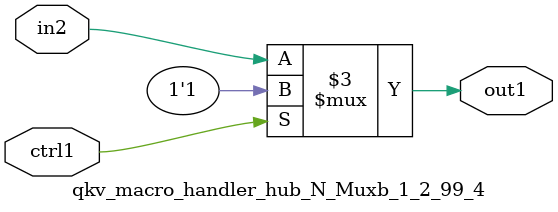
<source format=v>

`timescale 1ps / 1ps


module qkv_macro_handler_hub_N_Muxb_1_2_99_4( in2, ctrl1, out1 );

    input in2;
    input ctrl1;
    output out1;
    reg out1;

    
    // rtl_process:qkv_macro_handler_hub_N_Muxb_1_2_99_4/qkv_macro_handler_hub_N_Muxb_1_2_99_4_thread_1
    always @*
      begin : qkv_macro_handler_hub_N_Muxb_1_2_99_4_thread_1
        case (ctrl1) 
          1'b1: 
            begin
              out1 = 1'b1;
            end
          default: 
            begin
              out1 = in2;
            end
        endcase
      end

endmodule



</source>
